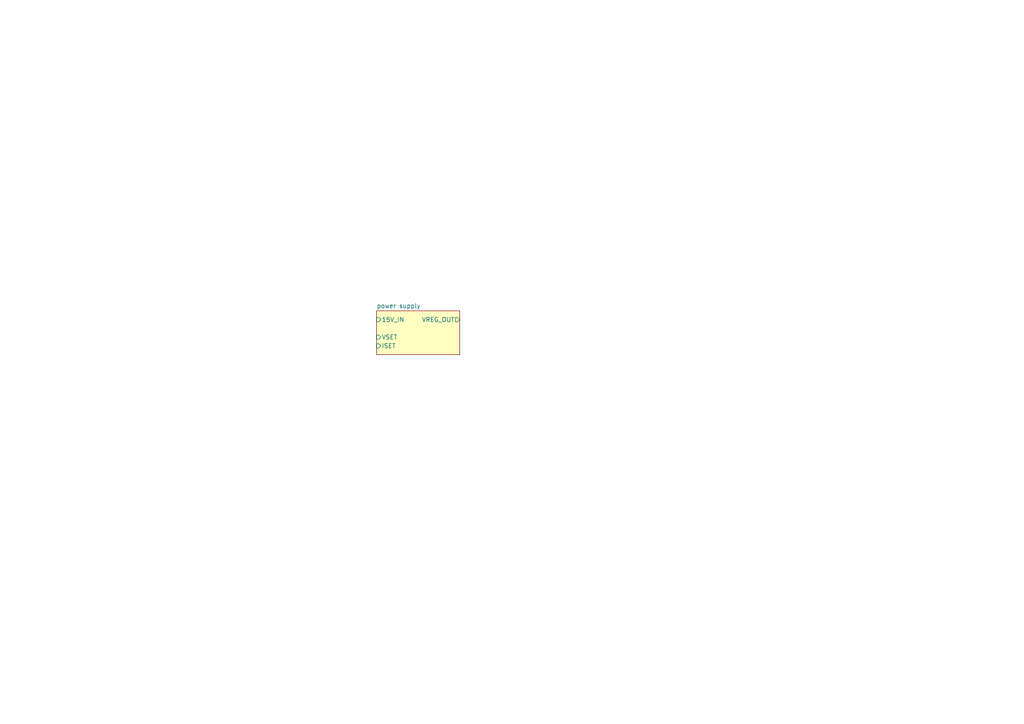
<source format=kicad_sch>
(kicad_sch (version 20230121) (generator eeschema)
  (paper "A4")
  (title_block (title "bunywatt") (date "2023-12-05") (rev "1") (company "minteyay") (comment 1 "adj. linear constant voltage/current source") (comment 2 "main sheet"))
  (lib_symbols)
  (sheet (at 109.22 90.17) (size 24.13 12.7) (stroke (width 0.1524)) (fill (color 255 255 194 1.0000))
    (property "Sheetname" "power supply" (at 109.22 89.4584 0) (effects (justify left bottom)))
    (property "Sheetfile" "power_supply.kicad_sch" (effects hide))
    (pin "15V_IN" input (at 109.22 92.71 180))
    (pin "VREG_OUT" output (at 133.35 92.71 0))
    (pin "VSET" input (at 109.22 97.79 180))
    (pin "ISET" input (at 109.22 100.33 180))
  )
)
</source>
